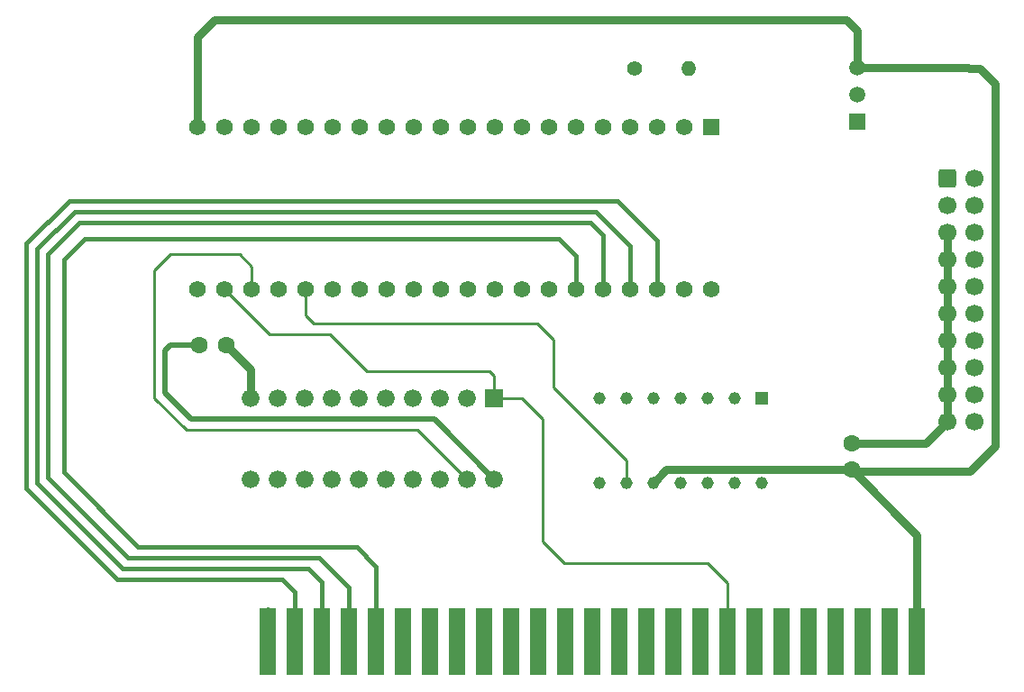
<source format=gbr>
G04 #@! TF.GenerationSoftware,KiCad,Pcbnew,8.99.0-unknown-5c22162d85~178~ubuntu22.04.1*
G04 #@! TF.CreationDate,2024-07-16T15:39:19+01:00*
G04 #@! TF.ProjectId,Lego9767,4c65676f-3937-4363-972e-6b696361645f,1.0.1*
G04 #@! TF.SameCoordinates,Original*
G04 #@! TF.FileFunction,Copper,L1,Top*
G04 #@! TF.FilePolarity,Positive*
%FSLAX46Y46*%
G04 Gerber Fmt 4.6, Leading zero omitted, Abs format (unit mm)*
G04 Created by KiCad (PCBNEW 8.99.0-unknown-5c22162d85~178~ubuntu22.04.1) date 2024-07-16 15:39:19*
%MOMM*%
%LPD*%
G01*
G04 APERTURE LIST*
G04 Aperture macros list*
%AMRoundRect*
0 Rectangle with rounded corners*
0 $1 Rounding radius*
0 $2 $3 $4 $5 $6 $7 $8 $9 X,Y pos of 4 corners*
0 Add a 4 corners polygon primitive as box body*
4,1,4,$2,$3,$4,$5,$6,$7,$8,$9,$2,$3,0*
0 Add four circle primitives for the rounded corners*
1,1,$1+$1,$2,$3*
1,1,$1+$1,$4,$5*
1,1,$1+$1,$6,$7*
1,1,$1+$1,$8,$9*
0 Add four rect primitives between the rounded corners*
20,1,$1+$1,$2,$3,$4,$5,0*
20,1,$1+$1,$4,$5,$6,$7,0*
20,1,$1+$1,$6,$7,$8,$9,0*
20,1,$1+$1,$8,$9,$2,$3,0*%
G04 Aperture macros list end*
G04 #@! TA.AperFunction,SMDPad,CuDef*
%ADD10R,1.524000X6.350000*%
G04 #@! TD*
G04 #@! TA.AperFunction,ComponentPad*
%ADD11C,1.400000*%
G04 #@! TD*
G04 #@! TA.AperFunction,ComponentPad*
%ADD12O,1.400000X1.400000*%
G04 #@! TD*
G04 #@! TA.AperFunction,ComponentPad*
%ADD13C,1.575000*%
G04 #@! TD*
G04 #@! TA.AperFunction,ComponentPad*
%ADD14R,1.575000X1.575000*%
G04 #@! TD*
G04 #@! TA.AperFunction,ComponentPad*
%ADD15R,1.500000X1.500000*%
G04 #@! TD*
G04 #@! TA.AperFunction,ComponentPad*
%ADD16C,1.500000*%
G04 #@! TD*
G04 #@! TA.AperFunction,ComponentPad*
%ADD17R,1.170000X1.170000*%
G04 #@! TD*
G04 #@! TA.AperFunction,ComponentPad*
%ADD18C,1.170000*%
G04 #@! TD*
G04 #@! TA.AperFunction,ComponentPad*
%ADD19RoundRect,0.250000X-0.600000X-0.600000X0.600000X-0.600000X0.600000X0.600000X-0.600000X0.600000X0*%
G04 #@! TD*
G04 #@! TA.AperFunction,ComponentPad*
%ADD20C,1.700000*%
G04 #@! TD*
G04 #@! TA.AperFunction,ComponentPad*
%ADD21R,1.676400X1.676400*%
G04 #@! TD*
G04 #@! TA.AperFunction,ComponentPad*
%ADD22C,1.676400*%
G04 #@! TD*
G04 #@! TA.AperFunction,ComponentPad*
%ADD23C,1.600000*%
G04 #@! TD*
G04 #@! TA.AperFunction,Conductor*
%ADD24C,0.250000*%
G04 #@! TD*
G04 #@! TA.AperFunction,Conductor*
%ADD25C,0.400000*%
G04 #@! TD*
G04 #@! TA.AperFunction,Conductor*
%ADD26C,0.800000*%
G04 #@! TD*
G04 #@! TA.AperFunction,Conductor*
%ADD27C,0.500000*%
G04 #@! TD*
G04 APERTURE END LIST*
D10*
X170180000Y-128397000D03*
X172720000Y-128397000D03*
X175260000Y-128397000D03*
X177800000Y-128397000D03*
X180340000Y-128397000D03*
X182880000Y-128397000D03*
X185420000Y-128397000D03*
X187960000Y-128397000D03*
X190500000Y-128397000D03*
X193040000Y-128397000D03*
X195580000Y-128397000D03*
X198120000Y-128397000D03*
X200660000Y-128397000D03*
X203200000Y-128397000D03*
X205740000Y-128397000D03*
X208280000Y-128397000D03*
X210820000Y-128397000D03*
X213360000Y-128397000D03*
X215900000Y-128397000D03*
X218440000Y-128397000D03*
X220980000Y-128397000D03*
X223520000Y-128397000D03*
X226060000Y-128397000D03*
X228600000Y-128397000D03*
X231140000Y-128397000D03*
D11*
X204591906Y-74500000D03*
D12*
X209671906Y-74500000D03*
D13*
X163560000Y-80000000D03*
X173720000Y-95240000D03*
X206740000Y-80000000D03*
X204200000Y-80000000D03*
X201660000Y-80000000D03*
X199120000Y-80000000D03*
X196580000Y-80000000D03*
X194040000Y-80000000D03*
X191500000Y-80000000D03*
X163560000Y-95240000D03*
X166100000Y-95240000D03*
X168640000Y-95240000D03*
X196580000Y-95240000D03*
X199120000Y-95240000D03*
X201660000Y-95240000D03*
X204200000Y-95240000D03*
X206740000Y-95240000D03*
X209280000Y-95240000D03*
X211820000Y-95240000D03*
X168640000Y-80000000D03*
X166100000Y-80000000D03*
X171180000Y-95240000D03*
X194040000Y-95240000D03*
X191500000Y-95240000D03*
X188960000Y-95240000D03*
X186420000Y-95240000D03*
X183880000Y-95240000D03*
X181340000Y-95240000D03*
X178800000Y-95240000D03*
X176260000Y-95240000D03*
X209280000Y-80000000D03*
X188960000Y-80000000D03*
X186420000Y-80000000D03*
X183880000Y-80000000D03*
X181340000Y-80000000D03*
X178800000Y-80000000D03*
X176260000Y-80000000D03*
X173720000Y-80000000D03*
X171180000Y-80000000D03*
D14*
X211820000Y-80000000D03*
D15*
X225491906Y-79540000D03*
D16*
X225491906Y-77000000D03*
X225491906Y-74460000D03*
D17*
X216540000Y-105500000D03*
D18*
X214000000Y-105500000D03*
X211460000Y-105500000D03*
X208920000Y-105500000D03*
X206380000Y-105500000D03*
X203840000Y-105500000D03*
X201300000Y-105500000D03*
X201300000Y-113440000D03*
X203840000Y-113440000D03*
X206380000Y-113440000D03*
X208920000Y-113440000D03*
X211460000Y-113440000D03*
X214000000Y-113440000D03*
X216540000Y-113440000D03*
D19*
X234000000Y-84840000D03*
D20*
X236540000Y-84840000D03*
X234000000Y-87380000D03*
X236540000Y-87380000D03*
X234000000Y-89920000D03*
X236540000Y-89920000D03*
X234000000Y-92460000D03*
X236540000Y-92460000D03*
X234000000Y-95000000D03*
X236540000Y-95000000D03*
X234000000Y-97540000D03*
X236540000Y-97540000D03*
X234000000Y-100080000D03*
X236540000Y-100080000D03*
X234000000Y-102620000D03*
X236540000Y-102620000D03*
X234000000Y-105160000D03*
X236540000Y-105160000D03*
X234000000Y-107700000D03*
X236540000Y-107700000D03*
D21*
X191411906Y-105500000D03*
D22*
X188871906Y-105500000D03*
X186331906Y-105500000D03*
X183791906Y-105500000D03*
X181251906Y-105500000D03*
X178711906Y-105500000D03*
X176171906Y-105500000D03*
X173631906Y-105500000D03*
X171091906Y-105500000D03*
X168551906Y-105500000D03*
X168551906Y-113120000D03*
X171091906Y-113120000D03*
X173631906Y-113120000D03*
X176171906Y-113120000D03*
X178711906Y-113120000D03*
X181251906Y-113120000D03*
X183791906Y-113120000D03*
X186331906Y-113120000D03*
X188871906Y-113120000D03*
X191411906Y-113120000D03*
D23*
X225000000Y-109750000D03*
X225000000Y-112250000D03*
X163750000Y-100500000D03*
X166250000Y-100500000D03*
D24*
X173720000Y-95240000D02*
X173720000Y-97720000D01*
X197000000Y-100000000D02*
X197000000Y-104500000D01*
X174500000Y-98500000D02*
X195500000Y-98500000D01*
X173720000Y-97720000D02*
X174500000Y-98500000D01*
X203840000Y-111340000D02*
X203840000Y-113440000D01*
X197000000Y-104500000D02*
X203840000Y-111340000D01*
X195500000Y-98500000D02*
X197000000Y-100000000D01*
X167500000Y-92000000D02*
X161000000Y-92000000D01*
X159500000Y-93500000D02*
X159500000Y-105500000D01*
X159500000Y-105500000D02*
X162500000Y-108500000D01*
X168640000Y-95240000D02*
X168640000Y-93140000D01*
X161000000Y-92000000D02*
X159500000Y-93500000D01*
X168640000Y-93140000D02*
X167500000Y-92000000D01*
X184251906Y-108500000D02*
X188871906Y-113120000D01*
X162500000Y-108500000D02*
X184251906Y-108500000D01*
D25*
X170180000Y-125327070D02*
X170180000Y-128397000D01*
X172720000Y-123720000D02*
X171500000Y-122500000D01*
X147500000Y-91000000D02*
X151500000Y-87000000D01*
X171500000Y-122500000D02*
X156000000Y-122500000D01*
X156000000Y-122500000D02*
X147500000Y-114000000D01*
X151500000Y-87000000D02*
X203000000Y-87000000D01*
X203000000Y-87000000D02*
X206740000Y-90740000D01*
X206740000Y-90740000D02*
X206740000Y-95240000D01*
X172720000Y-128397000D02*
X172720000Y-123720000D01*
X147500000Y-114000000D02*
X147500000Y-91000000D01*
X152000000Y-88000000D02*
X201000000Y-88000000D01*
X204200000Y-91200000D02*
X204200000Y-95240000D01*
X175260000Y-128397000D02*
X175260000Y-122760000D01*
X156500000Y-121500000D02*
X148500000Y-113500000D01*
X148500000Y-91500000D02*
X152000000Y-88000000D01*
X201000000Y-88000000D02*
X204200000Y-91200000D01*
X175260000Y-122760000D02*
X174000000Y-121500000D01*
X174000000Y-121500000D02*
X156500000Y-121500000D01*
X148500000Y-113500000D02*
X148500000Y-91500000D01*
X157000000Y-120500000D02*
X149500000Y-113000000D01*
X152500000Y-89000000D02*
X200500000Y-89000000D01*
X175000000Y-120500000D02*
X157000000Y-120500000D01*
X201660000Y-90160000D02*
X201660000Y-95240000D01*
X177800000Y-123300000D02*
X175000000Y-120500000D01*
X200500000Y-89000000D02*
X201660000Y-90160000D01*
X149500000Y-113000000D02*
X149500000Y-92000000D01*
X149500000Y-92000000D02*
X152500000Y-89000000D01*
X177800000Y-128397000D02*
X177800000Y-123300000D01*
X199120000Y-92120000D02*
X199120000Y-95240000D01*
X158000000Y-119500000D02*
X151000000Y-112500000D01*
X197500000Y-90500000D02*
X199120000Y-92120000D01*
X151000000Y-112500000D02*
X151000000Y-92500000D01*
X180340000Y-121340000D02*
X178500000Y-119500000D01*
X180340000Y-128397000D02*
X180340000Y-121340000D01*
X153000000Y-90500000D02*
X197500000Y-90500000D01*
X151000000Y-92500000D02*
X153000000Y-90500000D01*
X178500000Y-119500000D02*
X158000000Y-119500000D01*
X182880000Y-126170000D02*
X182880000Y-128397000D01*
X185420000Y-125770000D02*
X185420000Y-128397000D01*
X187960000Y-125770000D02*
X187960000Y-128397000D01*
X190500000Y-125770000D02*
X190500000Y-128397000D01*
D24*
X179500000Y-103000000D02*
X191000000Y-103000000D01*
X196000000Y-119000000D02*
X198000000Y-121000000D01*
X176000000Y-99500000D02*
X179500000Y-103000000D01*
X191411906Y-103411906D02*
X191411906Y-105500000D01*
X191000000Y-103000000D02*
X191411906Y-103411906D01*
X191411906Y-105500000D02*
X194000000Y-105500000D01*
X170360000Y-99500000D02*
X176000000Y-99500000D01*
X194000000Y-105500000D02*
X196000000Y-107500000D01*
X196000000Y-107500000D02*
X196000000Y-119000000D01*
X211500000Y-121000000D02*
X213360000Y-122860000D01*
X213360000Y-122860000D02*
X213360000Y-128397000D01*
X166100000Y-95240000D02*
X170360000Y-99500000D01*
X198000000Y-121000000D02*
X211500000Y-121000000D01*
D26*
X234000000Y-97540000D02*
X234000000Y-95000000D01*
X168551906Y-105500000D02*
X168551906Y-102801906D01*
X225000000Y-109750000D02*
X231950000Y-109750000D01*
X168551906Y-102801906D02*
X166250000Y-100500000D01*
X234000000Y-102620000D02*
X234000000Y-100080000D01*
X234000000Y-92460000D02*
X234000000Y-89920000D01*
X234000000Y-100080000D02*
X234000000Y-97540000D01*
X234000000Y-95000000D02*
X234000000Y-92460000D01*
X234000000Y-105160000D02*
X234000000Y-102620000D01*
X231950000Y-109750000D02*
X234000000Y-107700000D01*
X234000000Y-107700000D02*
X234000000Y-105160000D01*
X225491906Y-74460000D02*
X225491906Y-70991906D01*
X225000000Y-112250000D02*
X225125000Y-112375000D01*
X236125000Y-112375000D02*
X238500000Y-110000000D01*
X238500000Y-110000000D02*
X238500000Y-76000000D01*
X225000000Y-112250000D02*
X207570000Y-112250000D01*
D27*
X163000000Y-107500000D02*
X185791906Y-107500000D01*
D26*
X225491906Y-70991906D02*
X224500000Y-70000000D01*
X224500000Y-70000000D02*
X165120000Y-70000000D01*
D27*
X160500000Y-101000000D02*
X160500000Y-105000000D01*
D26*
X231140000Y-128397000D02*
X231140000Y-118390000D01*
X235960000Y-74460000D02*
X225491906Y-74460000D01*
D27*
X185791906Y-107500000D02*
X191411906Y-113120000D01*
X161000000Y-100500000D02*
X160500000Y-101000000D01*
D26*
X163560000Y-71560000D02*
X163560000Y-80000000D01*
X236000000Y-74500000D02*
X235960000Y-74460000D01*
X237000000Y-74500000D02*
X236000000Y-74500000D01*
X231140000Y-118390000D02*
X225000000Y-112250000D01*
D27*
X163750000Y-100500000D02*
X161000000Y-100500000D01*
D26*
X207570000Y-112250000D02*
X206380000Y-113440000D01*
X165120000Y-70000000D02*
X163560000Y-71560000D01*
X225125000Y-112375000D02*
X236125000Y-112375000D01*
D27*
X160500000Y-105000000D02*
X163000000Y-107500000D01*
D26*
X238500000Y-76000000D02*
X237000000Y-74500000D01*
M02*

</source>
